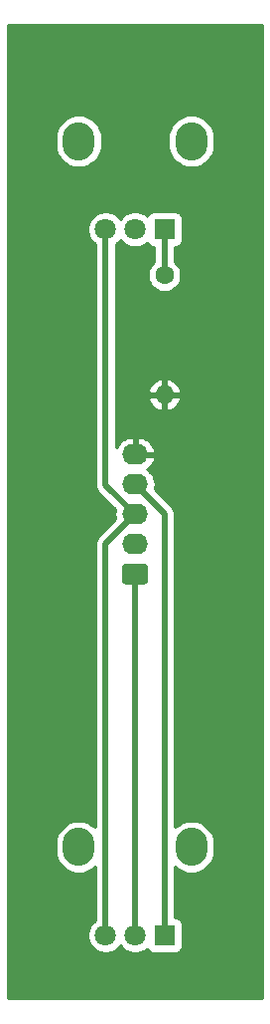
<source format=gbr>
%TF.GenerationSoftware,KiCad,Pcbnew,5.1.10-88a1d61d58~90~ubuntu20.10.1*%
%TF.CreationDate,2021-07-31T21:38:24+02:00*%
%TF.ProjectId,control,636f6e74-726f-46c2-9e6b-696361645f70,rev?*%
%TF.SameCoordinates,Original*%
%TF.FileFunction,Copper,L2,Bot*%
%TF.FilePolarity,Positive*%
%FSLAX46Y46*%
G04 Gerber Fmt 4.6, Leading zero omitted, Abs format (unit mm)*
G04 Created by KiCad (PCBNEW 5.1.10-88a1d61d58~90~ubuntu20.10.1) date 2021-07-31 21:38:24*
%MOMM*%
%LPD*%
G01*
G04 APERTURE LIST*
%TA.AperFunction,ComponentPad*%
%ADD10O,2.720000X3.240000*%
%TD*%
%TA.AperFunction,ComponentPad*%
%ADD11C,1.800000*%
%TD*%
%TA.AperFunction,ComponentPad*%
%ADD12R,1.800000X1.800000*%
%TD*%
%TA.AperFunction,ComponentPad*%
%ADD13O,1.600000X1.600000*%
%TD*%
%TA.AperFunction,ComponentPad*%
%ADD14C,1.600000*%
%TD*%
%TA.AperFunction,ComponentPad*%
%ADD15O,2.190000X1.740000*%
%TD*%
%TA.AperFunction,Conductor*%
%ADD16C,0.508000*%
%TD*%
%TA.AperFunction,Conductor*%
%ADD17C,0.254000*%
%TD*%
%TA.AperFunction,Conductor*%
%ADD18C,0.100000*%
%TD*%
G04 APERTURE END LIST*
D10*
%TO.P,RV2,*%
%TO.N,*%
X91300000Y-122500000D03*
X81700000Y-122500000D03*
D11*
%TO.P,RV2,3*%
%TO.N,+12V*%
X84000000Y-130000000D03*
%TO.P,RV2,2*%
%TO.N,RES*%
X86500000Y-130000000D03*
D12*
%TO.P,RV2,1*%
%TO.N,-12V*%
X89000000Y-130000000D03*
%TD*%
D10*
%TO.P,RV1,*%
%TO.N,*%
X91300000Y-62500000D03*
X81700000Y-62500000D03*
D11*
%TO.P,RV1,3*%
%TO.N,+12V*%
X84000000Y-70000000D03*
%TO.P,RV1,2*%
%TO.N,FREQ*%
X86500000Y-70000000D03*
D12*
%TO.P,RV1,1*%
%TO.N,Net-(R1-Pad1)*%
X89000000Y-70000000D03*
%TD*%
D13*
%TO.P,R1,2*%
%TO.N,GND*%
X89000000Y-84060000D03*
D14*
%TO.P,R1,1*%
%TO.N,Net-(R1-Pad1)*%
X89000000Y-73900000D03*
%TD*%
D15*
%TO.P,J1,5*%
%TO.N,GND*%
X86500000Y-89140000D03*
%TO.P,J1,4*%
%TO.N,-12V*%
X86500000Y-91680000D03*
%TO.P,J1,3*%
%TO.N,+12V*%
X86500000Y-94220000D03*
%TO.P,J1,2*%
%TO.N,FREQ*%
X86500000Y-96760000D03*
%TO.P,J1,1*%
%TO.N,RES*%
%TA.AperFunction,ComponentPad*%
G36*
G01*
X87345001Y-100170000D02*
X85654999Y-100170000D01*
G75*
G02*
X85405000Y-99920001I0J249999D01*
G01*
X85405000Y-98679999D01*
G75*
G02*
X85654999Y-98430000I249999J0D01*
G01*
X87345001Y-98430000D01*
G75*
G02*
X87595000Y-98679999I0J-249999D01*
G01*
X87595000Y-99920001D01*
G75*
G02*
X87345001Y-100170000I-249999J0D01*
G01*
G37*
%TD.AperFunction*%
%TD*%
D16*
%TO.N,-12V*%
X89000000Y-94180000D02*
X86500000Y-91680000D01*
X89000000Y-130000000D02*
X89000000Y-94180000D01*
%TO.N,+12V*%
X84000000Y-96720000D02*
X86500000Y-94220000D01*
X84000000Y-130000000D02*
X84000000Y-96720000D01*
X84000000Y-91720000D02*
X86500000Y-94220000D01*
X84000000Y-70000000D02*
X84000000Y-91720000D01*
%TO.N,RES*%
X86500000Y-99300000D02*
X86500000Y-130000000D01*
%TO.N,Net-(R1-Pad1)*%
X89000000Y-70000000D02*
X89000000Y-73900000D01*
%TD*%
D17*
%TO.N,GND*%
X97340000Y-135340000D02*
X75660000Y-135340000D01*
X75660000Y-122142003D01*
X79705000Y-122142003D01*
X79705000Y-122857998D01*
X79733867Y-123151088D01*
X79847943Y-123527147D01*
X80033193Y-123873725D01*
X80282498Y-124177503D01*
X80586276Y-124426807D01*
X80932854Y-124612057D01*
X81308913Y-124726133D01*
X81700000Y-124764652D01*
X82091088Y-124726133D01*
X82467147Y-124612057D01*
X82813725Y-124426807D01*
X83111000Y-124182840D01*
X83111000Y-128747883D01*
X83021495Y-128807688D01*
X82807688Y-129021495D01*
X82639701Y-129272905D01*
X82523989Y-129552257D01*
X82465000Y-129848816D01*
X82465000Y-130151184D01*
X82523989Y-130447743D01*
X82639701Y-130727095D01*
X82807688Y-130978505D01*
X83021495Y-131192312D01*
X83272905Y-131360299D01*
X83552257Y-131476011D01*
X83848816Y-131535000D01*
X84151184Y-131535000D01*
X84447743Y-131476011D01*
X84727095Y-131360299D01*
X84978505Y-131192312D01*
X85192312Y-130978505D01*
X85250000Y-130892169D01*
X85307688Y-130978505D01*
X85521495Y-131192312D01*
X85772905Y-131360299D01*
X86052257Y-131476011D01*
X86348816Y-131535000D01*
X86651184Y-131535000D01*
X86947743Y-131476011D01*
X87227095Y-131360299D01*
X87478505Y-131192312D01*
X87516120Y-131154697D01*
X87569463Y-131254494D01*
X87648815Y-131351185D01*
X87745506Y-131430537D01*
X87855820Y-131489502D01*
X87975518Y-131525812D01*
X88100000Y-131538072D01*
X89900000Y-131538072D01*
X90024482Y-131525812D01*
X90144180Y-131489502D01*
X90254494Y-131430537D01*
X90351185Y-131351185D01*
X90430537Y-131254494D01*
X90489502Y-131144180D01*
X90525812Y-131024482D01*
X90538072Y-130900000D01*
X90538072Y-129100000D01*
X90525812Y-128975518D01*
X90489502Y-128855820D01*
X90430537Y-128745506D01*
X90351185Y-128648815D01*
X90254494Y-128569463D01*
X90144180Y-128510498D01*
X90024482Y-128474188D01*
X89900000Y-128461928D01*
X89889000Y-128461928D01*
X89889000Y-124182839D01*
X90186276Y-124426807D01*
X90532854Y-124612057D01*
X90908913Y-124726133D01*
X91300000Y-124764652D01*
X91691088Y-124726133D01*
X92067147Y-124612057D01*
X92413725Y-124426807D01*
X92717503Y-124177503D01*
X92966807Y-123873725D01*
X93152057Y-123527147D01*
X93266133Y-123151087D01*
X93295000Y-122857997D01*
X93295000Y-122142002D01*
X93266133Y-121848912D01*
X93152057Y-121472853D01*
X92966807Y-121126275D01*
X92717503Y-120822497D01*
X92413725Y-120573193D01*
X92067146Y-120387943D01*
X91691087Y-120273867D01*
X91300000Y-120235348D01*
X90908912Y-120273867D01*
X90532853Y-120387943D01*
X90186275Y-120573193D01*
X89889000Y-120817160D01*
X89889000Y-94223660D01*
X89893300Y-94180000D01*
X89889000Y-94136340D01*
X89889000Y-94136333D01*
X89876136Y-94005726D01*
X89825303Y-93838149D01*
X89742753Y-93683709D01*
X89631659Y-93548341D01*
X89597742Y-93520506D01*
X88171926Y-92094690D01*
X88208224Y-91975032D01*
X88237282Y-91680000D01*
X88208224Y-91384968D01*
X88122166Y-91101275D01*
X87982417Y-90839821D01*
X87794345Y-90610655D01*
X87565179Y-90422583D01*
X87536848Y-90407440D01*
X87677433Y-90314708D01*
X87888306Y-90106326D01*
X88054474Y-89860809D01*
X88169551Y-89587591D01*
X88186302Y-89500031D01*
X88065246Y-89267000D01*
X86627000Y-89267000D01*
X86627000Y-89287000D01*
X86373000Y-89287000D01*
X86373000Y-89267000D01*
X86353000Y-89267000D01*
X86353000Y-89013000D01*
X86373000Y-89013000D01*
X86373000Y-87789624D01*
X86627000Y-87789624D01*
X86627000Y-89013000D01*
X88065246Y-89013000D01*
X88186302Y-88779969D01*
X88169551Y-88692409D01*
X88054474Y-88419191D01*
X87888306Y-88173674D01*
X87677433Y-87965292D01*
X87429958Y-87802053D01*
X87155392Y-87690231D01*
X86864286Y-87634123D01*
X86627000Y-87789624D01*
X86373000Y-87789624D01*
X86135714Y-87634123D01*
X85844608Y-87690231D01*
X85570042Y-87802053D01*
X85322567Y-87965292D01*
X85111694Y-88173674D01*
X84945526Y-88419191D01*
X84889000Y-88553396D01*
X84889000Y-84409040D01*
X87608091Y-84409040D01*
X87702930Y-84673881D01*
X87847615Y-84915131D01*
X88036586Y-85123519D01*
X88262580Y-85291037D01*
X88516913Y-85411246D01*
X88650961Y-85451904D01*
X88873000Y-85329915D01*
X88873000Y-84187000D01*
X89127000Y-84187000D01*
X89127000Y-85329915D01*
X89349039Y-85451904D01*
X89483087Y-85411246D01*
X89737420Y-85291037D01*
X89963414Y-85123519D01*
X90152385Y-84915131D01*
X90297070Y-84673881D01*
X90391909Y-84409040D01*
X90270624Y-84187000D01*
X89127000Y-84187000D01*
X88873000Y-84187000D01*
X87729376Y-84187000D01*
X87608091Y-84409040D01*
X84889000Y-84409040D01*
X84889000Y-83710960D01*
X87608091Y-83710960D01*
X87729376Y-83933000D01*
X88873000Y-83933000D01*
X88873000Y-82790085D01*
X89127000Y-82790085D01*
X89127000Y-83933000D01*
X90270624Y-83933000D01*
X90391909Y-83710960D01*
X90297070Y-83446119D01*
X90152385Y-83204869D01*
X89963414Y-82996481D01*
X89737420Y-82828963D01*
X89483087Y-82708754D01*
X89349039Y-82668096D01*
X89127000Y-82790085D01*
X88873000Y-82790085D01*
X88650961Y-82668096D01*
X88516913Y-82708754D01*
X88262580Y-82828963D01*
X88036586Y-82996481D01*
X87847615Y-83204869D01*
X87702930Y-83446119D01*
X87608091Y-83710960D01*
X84889000Y-83710960D01*
X84889000Y-71252117D01*
X84978505Y-71192312D01*
X85192312Y-70978505D01*
X85250000Y-70892169D01*
X85307688Y-70978505D01*
X85521495Y-71192312D01*
X85772905Y-71360299D01*
X86052257Y-71476011D01*
X86348816Y-71535000D01*
X86651184Y-71535000D01*
X86947743Y-71476011D01*
X87227095Y-71360299D01*
X87478505Y-71192312D01*
X87516120Y-71154697D01*
X87569463Y-71254494D01*
X87648815Y-71351185D01*
X87745506Y-71430537D01*
X87855820Y-71489502D01*
X87975518Y-71525812D01*
X88100000Y-71538072D01*
X88111000Y-71538072D01*
X88111001Y-72768151D01*
X88085241Y-72785363D01*
X87885363Y-72985241D01*
X87728320Y-73220273D01*
X87620147Y-73481426D01*
X87565000Y-73758665D01*
X87565000Y-74041335D01*
X87620147Y-74318574D01*
X87728320Y-74579727D01*
X87885363Y-74814759D01*
X88085241Y-75014637D01*
X88320273Y-75171680D01*
X88581426Y-75279853D01*
X88858665Y-75335000D01*
X89141335Y-75335000D01*
X89418574Y-75279853D01*
X89679727Y-75171680D01*
X89914759Y-75014637D01*
X90114637Y-74814759D01*
X90271680Y-74579727D01*
X90379853Y-74318574D01*
X90435000Y-74041335D01*
X90435000Y-73758665D01*
X90379853Y-73481426D01*
X90271680Y-73220273D01*
X90114637Y-72985241D01*
X89914759Y-72785363D01*
X89889000Y-72768151D01*
X89889000Y-71538072D01*
X89900000Y-71538072D01*
X90024482Y-71525812D01*
X90144180Y-71489502D01*
X90254494Y-71430537D01*
X90351185Y-71351185D01*
X90430537Y-71254494D01*
X90489502Y-71144180D01*
X90525812Y-71024482D01*
X90538072Y-70900000D01*
X90538072Y-69100000D01*
X90525812Y-68975518D01*
X90489502Y-68855820D01*
X90430537Y-68745506D01*
X90351185Y-68648815D01*
X90254494Y-68569463D01*
X90144180Y-68510498D01*
X90024482Y-68474188D01*
X89900000Y-68461928D01*
X88100000Y-68461928D01*
X87975518Y-68474188D01*
X87855820Y-68510498D01*
X87745506Y-68569463D01*
X87648815Y-68648815D01*
X87569463Y-68745506D01*
X87516120Y-68845303D01*
X87478505Y-68807688D01*
X87227095Y-68639701D01*
X86947743Y-68523989D01*
X86651184Y-68465000D01*
X86348816Y-68465000D01*
X86052257Y-68523989D01*
X85772905Y-68639701D01*
X85521495Y-68807688D01*
X85307688Y-69021495D01*
X85250000Y-69107831D01*
X85192312Y-69021495D01*
X84978505Y-68807688D01*
X84727095Y-68639701D01*
X84447743Y-68523989D01*
X84151184Y-68465000D01*
X83848816Y-68465000D01*
X83552257Y-68523989D01*
X83272905Y-68639701D01*
X83021495Y-68807688D01*
X82807688Y-69021495D01*
X82639701Y-69272905D01*
X82523989Y-69552257D01*
X82465000Y-69848816D01*
X82465000Y-70151184D01*
X82523989Y-70447743D01*
X82639701Y-70727095D01*
X82807688Y-70978505D01*
X83021495Y-71192312D01*
X83111000Y-71252117D01*
X83111001Y-91676330D01*
X83106700Y-91720000D01*
X83123864Y-91894274D01*
X83174698Y-92061852D01*
X83257248Y-92216291D01*
X83368342Y-92351659D01*
X83402259Y-92379494D01*
X84828074Y-93805310D01*
X84791776Y-93924968D01*
X84762718Y-94220000D01*
X84791776Y-94515032D01*
X84828074Y-94634690D01*
X83402259Y-96060506D01*
X83368342Y-96088341D01*
X83340507Y-96122258D01*
X83340505Y-96122260D01*
X83257248Y-96223709D01*
X83174698Y-96378148D01*
X83123864Y-96545726D01*
X83106700Y-96720000D01*
X83111001Y-96763670D01*
X83111000Y-120817160D01*
X82813725Y-120573193D01*
X82467146Y-120387943D01*
X82091087Y-120273867D01*
X81700000Y-120235348D01*
X81308912Y-120273867D01*
X80932853Y-120387943D01*
X80586275Y-120573193D01*
X80282497Y-120822497D01*
X80033193Y-121126275D01*
X79847943Y-121472854D01*
X79733867Y-121848913D01*
X79705000Y-122142003D01*
X75660000Y-122142003D01*
X75660000Y-62142003D01*
X79705000Y-62142003D01*
X79705000Y-62857998D01*
X79733867Y-63151088D01*
X79847943Y-63527147D01*
X80033193Y-63873725D01*
X80282498Y-64177503D01*
X80586276Y-64426807D01*
X80932854Y-64612057D01*
X81308913Y-64726133D01*
X81700000Y-64764652D01*
X82091088Y-64726133D01*
X82467147Y-64612057D01*
X82813725Y-64426807D01*
X83117503Y-64177503D01*
X83366807Y-63873725D01*
X83552057Y-63527147D01*
X83666133Y-63151087D01*
X83695000Y-62857997D01*
X83695000Y-62142003D01*
X89305000Y-62142003D01*
X89305000Y-62857998D01*
X89333867Y-63151088D01*
X89447943Y-63527147D01*
X89633193Y-63873725D01*
X89882498Y-64177503D01*
X90186276Y-64426807D01*
X90532854Y-64612057D01*
X90908913Y-64726133D01*
X91300000Y-64764652D01*
X91691088Y-64726133D01*
X92067147Y-64612057D01*
X92413725Y-64426807D01*
X92717503Y-64177503D01*
X92966807Y-63873725D01*
X93152057Y-63527147D01*
X93266133Y-63151087D01*
X93295000Y-62857997D01*
X93295000Y-62142002D01*
X93266133Y-61848912D01*
X93152057Y-61472853D01*
X92966807Y-61126275D01*
X92717503Y-60822497D01*
X92413725Y-60573193D01*
X92067146Y-60387943D01*
X91691087Y-60273867D01*
X91300000Y-60235348D01*
X90908912Y-60273867D01*
X90532853Y-60387943D01*
X90186275Y-60573193D01*
X89882497Y-60822497D01*
X89633193Y-61126275D01*
X89447943Y-61472854D01*
X89333867Y-61848913D01*
X89305000Y-62142003D01*
X83695000Y-62142003D01*
X83695000Y-62142002D01*
X83666133Y-61848912D01*
X83552057Y-61472853D01*
X83366807Y-61126275D01*
X83117503Y-60822497D01*
X82813725Y-60573193D01*
X82467146Y-60387943D01*
X82091087Y-60273867D01*
X81700000Y-60235348D01*
X81308912Y-60273867D01*
X80932853Y-60387943D01*
X80586275Y-60573193D01*
X80282497Y-60822497D01*
X80033193Y-61126275D01*
X79847943Y-61472854D01*
X79733867Y-61848913D01*
X79705000Y-62142003D01*
X75660000Y-62142003D01*
X75660000Y-52660000D01*
X97340001Y-52660000D01*
X97340000Y-135340000D01*
%TA.AperFunction,Conductor*%
D18*
G36*
X97340000Y-135340000D02*
G01*
X75660000Y-135340000D01*
X75660000Y-122142003D01*
X79705000Y-122142003D01*
X79705000Y-122857998D01*
X79733867Y-123151088D01*
X79847943Y-123527147D01*
X80033193Y-123873725D01*
X80282498Y-124177503D01*
X80586276Y-124426807D01*
X80932854Y-124612057D01*
X81308913Y-124726133D01*
X81700000Y-124764652D01*
X82091088Y-124726133D01*
X82467147Y-124612057D01*
X82813725Y-124426807D01*
X83111000Y-124182840D01*
X83111000Y-128747883D01*
X83021495Y-128807688D01*
X82807688Y-129021495D01*
X82639701Y-129272905D01*
X82523989Y-129552257D01*
X82465000Y-129848816D01*
X82465000Y-130151184D01*
X82523989Y-130447743D01*
X82639701Y-130727095D01*
X82807688Y-130978505D01*
X83021495Y-131192312D01*
X83272905Y-131360299D01*
X83552257Y-131476011D01*
X83848816Y-131535000D01*
X84151184Y-131535000D01*
X84447743Y-131476011D01*
X84727095Y-131360299D01*
X84978505Y-131192312D01*
X85192312Y-130978505D01*
X85250000Y-130892169D01*
X85307688Y-130978505D01*
X85521495Y-131192312D01*
X85772905Y-131360299D01*
X86052257Y-131476011D01*
X86348816Y-131535000D01*
X86651184Y-131535000D01*
X86947743Y-131476011D01*
X87227095Y-131360299D01*
X87478505Y-131192312D01*
X87516120Y-131154697D01*
X87569463Y-131254494D01*
X87648815Y-131351185D01*
X87745506Y-131430537D01*
X87855820Y-131489502D01*
X87975518Y-131525812D01*
X88100000Y-131538072D01*
X89900000Y-131538072D01*
X90024482Y-131525812D01*
X90144180Y-131489502D01*
X90254494Y-131430537D01*
X90351185Y-131351185D01*
X90430537Y-131254494D01*
X90489502Y-131144180D01*
X90525812Y-131024482D01*
X90538072Y-130900000D01*
X90538072Y-129100000D01*
X90525812Y-128975518D01*
X90489502Y-128855820D01*
X90430537Y-128745506D01*
X90351185Y-128648815D01*
X90254494Y-128569463D01*
X90144180Y-128510498D01*
X90024482Y-128474188D01*
X89900000Y-128461928D01*
X89889000Y-128461928D01*
X89889000Y-124182839D01*
X90186276Y-124426807D01*
X90532854Y-124612057D01*
X90908913Y-124726133D01*
X91300000Y-124764652D01*
X91691088Y-124726133D01*
X92067147Y-124612057D01*
X92413725Y-124426807D01*
X92717503Y-124177503D01*
X92966807Y-123873725D01*
X93152057Y-123527147D01*
X93266133Y-123151087D01*
X93295000Y-122857997D01*
X93295000Y-122142002D01*
X93266133Y-121848912D01*
X93152057Y-121472853D01*
X92966807Y-121126275D01*
X92717503Y-120822497D01*
X92413725Y-120573193D01*
X92067146Y-120387943D01*
X91691087Y-120273867D01*
X91300000Y-120235348D01*
X90908912Y-120273867D01*
X90532853Y-120387943D01*
X90186275Y-120573193D01*
X89889000Y-120817160D01*
X89889000Y-94223660D01*
X89893300Y-94180000D01*
X89889000Y-94136340D01*
X89889000Y-94136333D01*
X89876136Y-94005726D01*
X89825303Y-93838149D01*
X89742753Y-93683709D01*
X89631659Y-93548341D01*
X89597742Y-93520506D01*
X88171926Y-92094690D01*
X88208224Y-91975032D01*
X88237282Y-91680000D01*
X88208224Y-91384968D01*
X88122166Y-91101275D01*
X87982417Y-90839821D01*
X87794345Y-90610655D01*
X87565179Y-90422583D01*
X87536848Y-90407440D01*
X87677433Y-90314708D01*
X87888306Y-90106326D01*
X88054474Y-89860809D01*
X88169551Y-89587591D01*
X88186302Y-89500031D01*
X88065246Y-89267000D01*
X86627000Y-89267000D01*
X86627000Y-89287000D01*
X86373000Y-89287000D01*
X86373000Y-89267000D01*
X86353000Y-89267000D01*
X86353000Y-89013000D01*
X86373000Y-89013000D01*
X86373000Y-87789624D01*
X86627000Y-87789624D01*
X86627000Y-89013000D01*
X88065246Y-89013000D01*
X88186302Y-88779969D01*
X88169551Y-88692409D01*
X88054474Y-88419191D01*
X87888306Y-88173674D01*
X87677433Y-87965292D01*
X87429958Y-87802053D01*
X87155392Y-87690231D01*
X86864286Y-87634123D01*
X86627000Y-87789624D01*
X86373000Y-87789624D01*
X86135714Y-87634123D01*
X85844608Y-87690231D01*
X85570042Y-87802053D01*
X85322567Y-87965292D01*
X85111694Y-88173674D01*
X84945526Y-88419191D01*
X84889000Y-88553396D01*
X84889000Y-84409040D01*
X87608091Y-84409040D01*
X87702930Y-84673881D01*
X87847615Y-84915131D01*
X88036586Y-85123519D01*
X88262580Y-85291037D01*
X88516913Y-85411246D01*
X88650961Y-85451904D01*
X88873000Y-85329915D01*
X88873000Y-84187000D01*
X89127000Y-84187000D01*
X89127000Y-85329915D01*
X89349039Y-85451904D01*
X89483087Y-85411246D01*
X89737420Y-85291037D01*
X89963414Y-85123519D01*
X90152385Y-84915131D01*
X90297070Y-84673881D01*
X90391909Y-84409040D01*
X90270624Y-84187000D01*
X89127000Y-84187000D01*
X88873000Y-84187000D01*
X87729376Y-84187000D01*
X87608091Y-84409040D01*
X84889000Y-84409040D01*
X84889000Y-83710960D01*
X87608091Y-83710960D01*
X87729376Y-83933000D01*
X88873000Y-83933000D01*
X88873000Y-82790085D01*
X89127000Y-82790085D01*
X89127000Y-83933000D01*
X90270624Y-83933000D01*
X90391909Y-83710960D01*
X90297070Y-83446119D01*
X90152385Y-83204869D01*
X89963414Y-82996481D01*
X89737420Y-82828963D01*
X89483087Y-82708754D01*
X89349039Y-82668096D01*
X89127000Y-82790085D01*
X88873000Y-82790085D01*
X88650961Y-82668096D01*
X88516913Y-82708754D01*
X88262580Y-82828963D01*
X88036586Y-82996481D01*
X87847615Y-83204869D01*
X87702930Y-83446119D01*
X87608091Y-83710960D01*
X84889000Y-83710960D01*
X84889000Y-71252117D01*
X84978505Y-71192312D01*
X85192312Y-70978505D01*
X85250000Y-70892169D01*
X85307688Y-70978505D01*
X85521495Y-71192312D01*
X85772905Y-71360299D01*
X86052257Y-71476011D01*
X86348816Y-71535000D01*
X86651184Y-71535000D01*
X86947743Y-71476011D01*
X87227095Y-71360299D01*
X87478505Y-71192312D01*
X87516120Y-71154697D01*
X87569463Y-71254494D01*
X87648815Y-71351185D01*
X87745506Y-71430537D01*
X87855820Y-71489502D01*
X87975518Y-71525812D01*
X88100000Y-71538072D01*
X88111000Y-71538072D01*
X88111001Y-72768151D01*
X88085241Y-72785363D01*
X87885363Y-72985241D01*
X87728320Y-73220273D01*
X87620147Y-73481426D01*
X87565000Y-73758665D01*
X87565000Y-74041335D01*
X87620147Y-74318574D01*
X87728320Y-74579727D01*
X87885363Y-74814759D01*
X88085241Y-75014637D01*
X88320273Y-75171680D01*
X88581426Y-75279853D01*
X88858665Y-75335000D01*
X89141335Y-75335000D01*
X89418574Y-75279853D01*
X89679727Y-75171680D01*
X89914759Y-75014637D01*
X90114637Y-74814759D01*
X90271680Y-74579727D01*
X90379853Y-74318574D01*
X90435000Y-74041335D01*
X90435000Y-73758665D01*
X90379853Y-73481426D01*
X90271680Y-73220273D01*
X90114637Y-72985241D01*
X89914759Y-72785363D01*
X89889000Y-72768151D01*
X89889000Y-71538072D01*
X89900000Y-71538072D01*
X90024482Y-71525812D01*
X90144180Y-71489502D01*
X90254494Y-71430537D01*
X90351185Y-71351185D01*
X90430537Y-71254494D01*
X90489502Y-71144180D01*
X90525812Y-71024482D01*
X90538072Y-70900000D01*
X90538072Y-69100000D01*
X90525812Y-68975518D01*
X90489502Y-68855820D01*
X90430537Y-68745506D01*
X90351185Y-68648815D01*
X90254494Y-68569463D01*
X90144180Y-68510498D01*
X90024482Y-68474188D01*
X89900000Y-68461928D01*
X88100000Y-68461928D01*
X87975518Y-68474188D01*
X87855820Y-68510498D01*
X87745506Y-68569463D01*
X87648815Y-68648815D01*
X87569463Y-68745506D01*
X87516120Y-68845303D01*
X87478505Y-68807688D01*
X87227095Y-68639701D01*
X86947743Y-68523989D01*
X86651184Y-68465000D01*
X86348816Y-68465000D01*
X86052257Y-68523989D01*
X85772905Y-68639701D01*
X85521495Y-68807688D01*
X85307688Y-69021495D01*
X85250000Y-69107831D01*
X85192312Y-69021495D01*
X84978505Y-68807688D01*
X84727095Y-68639701D01*
X84447743Y-68523989D01*
X84151184Y-68465000D01*
X83848816Y-68465000D01*
X83552257Y-68523989D01*
X83272905Y-68639701D01*
X83021495Y-68807688D01*
X82807688Y-69021495D01*
X82639701Y-69272905D01*
X82523989Y-69552257D01*
X82465000Y-69848816D01*
X82465000Y-70151184D01*
X82523989Y-70447743D01*
X82639701Y-70727095D01*
X82807688Y-70978505D01*
X83021495Y-71192312D01*
X83111000Y-71252117D01*
X83111001Y-91676330D01*
X83106700Y-91720000D01*
X83123864Y-91894274D01*
X83174698Y-92061852D01*
X83257248Y-92216291D01*
X83368342Y-92351659D01*
X83402259Y-92379494D01*
X84828074Y-93805310D01*
X84791776Y-93924968D01*
X84762718Y-94220000D01*
X84791776Y-94515032D01*
X84828074Y-94634690D01*
X83402259Y-96060506D01*
X83368342Y-96088341D01*
X83340507Y-96122258D01*
X83340505Y-96122260D01*
X83257248Y-96223709D01*
X83174698Y-96378148D01*
X83123864Y-96545726D01*
X83106700Y-96720000D01*
X83111001Y-96763670D01*
X83111000Y-120817160D01*
X82813725Y-120573193D01*
X82467146Y-120387943D01*
X82091087Y-120273867D01*
X81700000Y-120235348D01*
X81308912Y-120273867D01*
X80932853Y-120387943D01*
X80586275Y-120573193D01*
X80282497Y-120822497D01*
X80033193Y-121126275D01*
X79847943Y-121472854D01*
X79733867Y-121848913D01*
X79705000Y-122142003D01*
X75660000Y-122142003D01*
X75660000Y-62142003D01*
X79705000Y-62142003D01*
X79705000Y-62857998D01*
X79733867Y-63151088D01*
X79847943Y-63527147D01*
X80033193Y-63873725D01*
X80282498Y-64177503D01*
X80586276Y-64426807D01*
X80932854Y-64612057D01*
X81308913Y-64726133D01*
X81700000Y-64764652D01*
X82091088Y-64726133D01*
X82467147Y-64612057D01*
X82813725Y-64426807D01*
X83117503Y-64177503D01*
X83366807Y-63873725D01*
X83552057Y-63527147D01*
X83666133Y-63151087D01*
X83695000Y-62857997D01*
X83695000Y-62142003D01*
X89305000Y-62142003D01*
X89305000Y-62857998D01*
X89333867Y-63151088D01*
X89447943Y-63527147D01*
X89633193Y-63873725D01*
X89882498Y-64177503D01*
X90186276Y-64426807D01*
X90532854Y-64612057D01*
X90908913Y-64726133D01*
X91300000Y-64764652D01*
X91691088Y-64726133D01*
X92067147Y-64612057D01*
X92413725Y-64426807D01*
X92717503Y-64177503D01*
X92966807Y-63873725D01*
X93152057Y-63527147D01*
X93266133Y-63151087D01*
X93295000Y-62857997D01*
X93295000Y-62142002D01*
X93266133Y-61848912D01*
X93152057Y-61472853D01*
X92966807Y-61126275D01*
X92717503Y-60822497D01*
X92413725Y-60573193D01*
X92067146Y-60387943D01*
X91691087Y-60273867D01*
X91300000Y-60235348D01*
X90908912Y-60273867D01*
X90532853Y-60387943D01*
X90186275Y-60573193D01*
X89882497Y-60822497D01*
X89633193Y-61126275D01*
X89447943Y-61472854D01*
X89333867Y-61848913D01*
X89305000Y-62142003D01*
X83695000Y-62142003D01*
X83695000Y-62142002D01*
X83666133Y-61848912D01*
X83552057Y-61472853D01*
X83366807Y-61126275D01*
X83117503Y-60822497D01*
X82813725Y-60573193D01*
X82467146Y-60387943D01*
X82091087Y-60273867D01*
X81700000Y-60235348D01*
X81308912Y-60273867D01*
X80932853Y-60387943D01*
X80586275Y-60573193D01*
X80282497Y-60822497D01*
X80033193Y-61126275D01*
X79847943Y-61472854D01*
X79733867Y-61848913D01*
X79705000Y-62142003D01*
X75660000Y-62142003D01*
X75660000Y-52660000D01*
X97340001Y-52660000D01*
X97340000Y-135340000D01*
G37*
%TD.AperFunction*%
%TD*%
M02*

</source>
